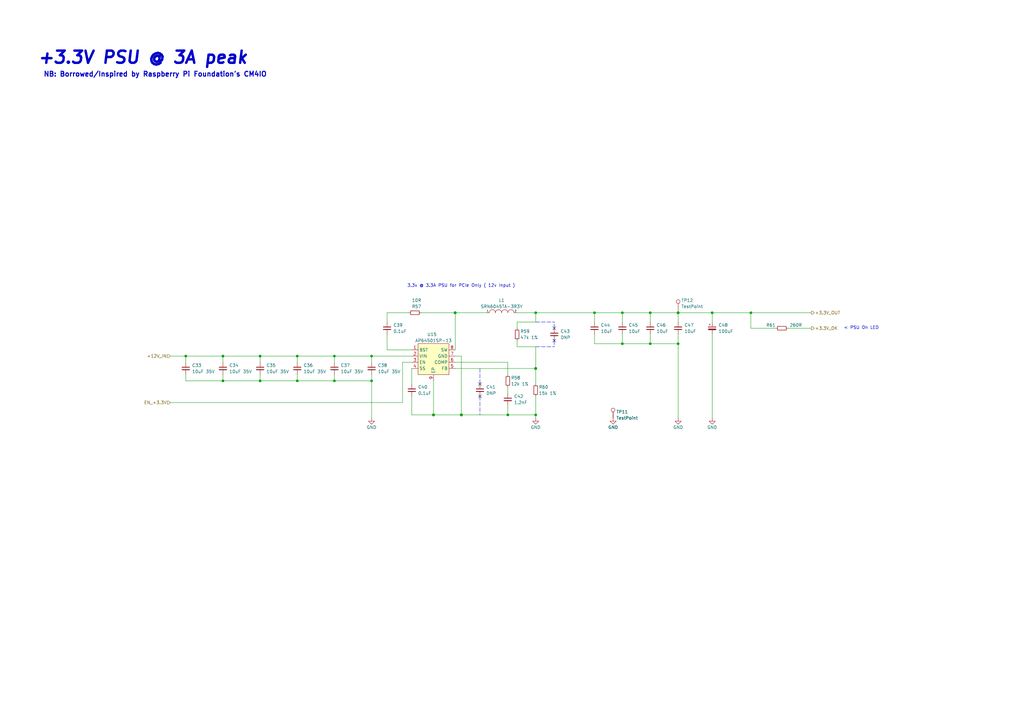
<source format=kicad_sch>
(kicad_sch (version 20211123) (generator eeschema)
  (paper "A3")
  (title_block (title "+3.3V PSU") (date "2022-01-12") (rev "4") (company "Copyright © 2022 Christian Kuhtz") (comment 2 "CERN-OHL-W v2 or later"))
  (lib_symbols
    (symbol "Capacitor_Tantalum_SMD_MyOwn:CP_EIA-7343-31_Kemet-D" (pin_numbers hide) (pin_names (offset 0.254) hide)
      (property "Reference" "C" (at 0.254 1.778 0))
      (property "Value" "CP_EIA-7343-31_Kemet-D" (at 0.254 -2.032 0))
      (symbol "CP_EIA-7343-31_Kemet-D_0_1"
        (rectangle (start -1.524 -0.3048) (end 1.524 -0.6858) (fill (type outline)))
        (rectangle (start -1.524 0.6858) (end 1.524 0.3048))
        (polyline (pts (xy -1.27 1.524) (xy -0.762 1.524)))
        (polyline (pts (xy -1.016 1.27) (xy -1.016 1.778)))
      )
      (symbol "CP_EIA-7343-31_Kemet-D_1_1"
        (pin passive line (at 0 2.54 270) (length 1.8542) (name "~") (number "1"))
        (pin passive line (at 0 -2.54 90) (length 1.8542) (name "~") (number "2"))
      )
    )
    (symbol "Connector:TestPoint" (pin_numbers hide) (pin_names (offset 0.762) hide)
      (property "Reference" "TP" (at 0 6.858 0))
      (property "Value" "TestPoint" (at 0 5.08 0))
      (symbol "TestPoint_0_1"
        (circle (center 0 3.302) (radius 0.762))
      )
      (symbol "TestPoint_1_1"
        (pin passive line (at 0 0 90) (length 2.54) (name "1") (number "1"))
      )
    )
    (symbol "Device:C_Small" (pin_numbers hide) (pin_names (offset 0.254) hide)
      (property "Reference" "C" (at 0.254 1.778 0))
      (property "Value" "C_Small" (at 0.254 -2.032 0))
      (symbol "C_Small_0_1"
        (polyline (pts (xy -1.524 -0.508) (xy 1.524 -0.508)) (stroke (width 0.3302)))
        (polyline (pts (xy -1.524 0.508) (xy 1.524 0.508)) (stroke (width 0.3048)))
      )
      (symbol "C_Small_1_1"
        (pin passive line (at 0 2.54 270) (length 2.032) (name "~") (number "1"))
        (pin passive line (at 0 -2.54 90) (length 2.032) (name "~") (number "2"))
      )
    )
    (symbol "Device:R_Small" (pin_numbers hide) (pin_names (offset 0.254) hide)
      (property "Reference" "R" (at 0.762 0.508 0))
      (property "Value" "R_Small" (at 0.762 -1.016 0))
      (symbol "R_Small_0_1"
        (rectangle (start -0.762 1.778) (end 0.762 -1.778) (stroke (width 0.2032)))
      )
      (symbol "R_Small_1_1"
        (pin passive line (at 0 2.54 270) (length 0.762) (name "~") (number "1"))
        (pin passive line (at 0 -2.54 90) (length 0.762) (name "~") (number "2"))
      )
    )
    (symbol "Regulator_Switching_Diodes:AP64501SP-13"
      (property "Reference" "U" (at -0.635 10.16 0))
      (property "Value" "AP64501SP-13" (at 0 7.62 0))
      (symbol "AP64501SP-13_0_1"
        (rectangle (start -6.35 6.35) (end 6.35 -6.35) (fill (type background)))
      )
      (symbol "AP64501SP-13_1_1"
        (pin passive line (at -8.89 3.81 0) (length 2.54) (name "BST") (number "1"))
        (pin power_in line (at -8.89 1.27 0) (length 2.54) (name "VIN") (number "2"))
        (pin input line (at -8.89 -1.27 0) (length 2.54) (name "EN") (number "3"))
        (pin input line (at -8.89 -3.81 0) (length 2.54) (name "SS") (number "4"))
        (pin input line (at 8.89 -3.81 180) (length 2.54) (name "FB") (number "5"))
        (pin input line (at 8.89 -1.27 180) (length 2.54) (name "COMP") (number "6"))
        (pin power_in line (at 8.89 1.27 180) (length 2.54) (name "GND") (number "7"))
        (pin output line (at 8.89 3.81 180) (length 2.54) (name "SW") (number "8"))
        (pin power_in line (at 0 -8.89 90) (length 2.54) (name "EP") (number "9"))
      )
    )
    (symbol "power:GND" (power) (pin_names (offset 0))
      (property "Value" "GND" (at 0 -3.81 0))
      (symbol "GND_0_1"
        (polyline (pts (xy 0 0) (xy 0 -1.27) (xy 1.27 -1.27) (xy 0 -2.54) (xy -1.27 -1.27) (xy 0 -1.27)))
      )
      (symbol "GND_1_1"
        (pin power_in line (at 0 0 270) (length 0) hide (name "GND") (number "1"))
      )
    )
    (symbol "pspice:INDUCTOR" (pin_numbers hide) (pin_names (offset 0))
      (property "Reference" "L" (at 0 2.54 0))
      (property "Value" "INDUCTOR" (at 0 -1.27 0))
      (symbol "INDUCTOR_0_1"
        (arc (start -2.54 0) (mid -3.81 1.27) (end -5.08 0))
        (arc (start 0 0) (mid -1.27 1.27) (end -2.54 0))
        (arc (start 2.54 0) (mid 1.27 1.27) (end 0 0))
        (arc (start 5.08 0) (mid 3.81 1.27) (end 2.54 0))
      )
      (symbol "INDUCTOR_1_1"
        (pin input line (at -6.35 0 0) (length 1.27) (name "1") (number "1"))
        (pin input line (at 6.35 0 180) (length 1.27) (name "2") (number "2"))
      )
    )
  )
  (junction (at 266.7 128.27) (diameter 0.9144))
  (junction (at 106.68 146.05) (diameter 0.9144))
  (junction (at 255.27 128.27) (diameter 0.9144))
  (junction (at 76.2 146.05) (diameter 0.9144))
  (junction (at 243.84 128.27) (diameter 0.9144))
  (junction (at 106.68 156.21) (diameter 0.9144))
  (junction (at 266.7 140.97) (diameter 0.9144))
  (junction (at 152.4 146.05) (diameter 0.9144))
  (junction (at 219.71 170.18) (diameter 0.9144))
  (junction (at 219.71 151.13) (diameter 1.016))
  (junction (at 152.4 156.21) (diameter 0.9144))
  (junction (at 307.975 128.27))
  (junction (at 292.1 128.27) (diameter 0.9144))
  (junction (at 208.28 170.18) (diameter 0.9144))
  (junction (at 137.16 156.21) (diameter 0.9144))
  (junction (at 121.92 156.21) (diameter 0.9144))
  (junction (at 219.71 128.27) (diameter 0.9144))
  (junction (at 278.13 128.27) (diameter 1.016))
  (junction (at 186.69 128.27) (diameter 1.016))
  (junction (at 189.23 170.18) (diameter 1.016))
  (junction (at 137.16 146.05) (diameter 0.9144))
  (junction (at 177.8 170.18) (diameter 1.016))
  (junction (at 255.27 140.97) (diameter 0.9144))
  (junction (at 121.92 146.05) (diameter 0.9144))
  (junction (at 91.44 146.05) (diameter 0.9144))
  (junction (at 278.13 140.97) (diameter 0.9144))
  (junction (at 91.44 156.21) (diameter 0.9144))
  (no_connect (at 227.33 139.7))
  (no_connect (at 227.33 134.62))
  (no_connect (at 196.85 162.56))
  (no_connect (at 196.85 157.48))
  (wire (pts (xy 212.09 132.08) (xy 212.09 134.62)))
  (wire (pts (xy 76.2 153.67) (xy 76.2 156.21)))
  (wire (pts (xy 76.2 148.59) (xy 76.2 146.05)))
  (wire (pts (xy 323.215 134.62) (xy 332.74 134.62)))
  (wire (pts (xy 243.84 132.08) (xy 243.84 128.27)))
  (wire (pts (xy 91.44 153.67) (xy 91.44 156.21)))
  (wire (pts (xy 121.92 153.67) (xy 121.92 156.21)))
  (polyline (pts (xy 227.33 134.62) (xy 227.33 132.08)))
  (polyline (pts (xy 219.71 132.08) (xy 227.33 132.08)))
  (wire (pts (xy 186.69 146.05) (xy 189.23 146.05)))
  (wire (pts (xy 186.69 148.59) (xy 208.28 148.59)))
  (wire (pts (xy 152.4 148.59) (xy 152.4 146.05)))
  (wire (pts (xy 243.84 137.16) (xy 243.84 140.97)))
  (polyline (pts (xy 196.85 151.13) (xy 196.85 157.48)))
  (wire (pts (xy 158.75 143.51) (xy 168.91 143.51)))
  (wire (pts (xy 177.8 156.21) (xy 177.8 170.18)))
  (wire (pts (xy 292.1 137.16) (xy 292.1 171.45)))
  (wire (pts (xy 255.27 140.97) (xy 266.7 140.97)))
  (wire (pts (xy 266.7 140.97) (xy 278.13 140.97)))
  (wire (pts (xy 243.84 140.97) (xy 255.27 140.97)))
  (wire (pts (xy 168.91 162.56) (xy 168.91 170.18)))
  (wire (pts (xy 152.4 156.21) (xy 152.4 171.45)))
  (wire (pts (xy 307.975 128.27) (xy 307.975 134.62)))
  (wire (pts (xy 158.75 128.27) (xy 158.75 132.08)))
  (wire (pts (xy 208.28 158.75) (xy 208.28 161.29)))
  (wire (pts (xy 189.23 146.05) (xy 189.23 170.18)))
  (wire (pts (xy 172.72 128.27) (xy 186.69 128.27)))
  (wire (pts (xy 212.09 132.08) (xy 219.71 132.08)))
  (wire (pts (xy 219.71 128.27) (xy 243.84 128.27)))
  (wire (pts (xy 255.27 128.27) (xy 266.7 128.27)))
  (wire (pts (xy 243.84 128.27) (xy 255.27 128.27)))
  (wire (pts (xy 266.7 128.27) (xy 278.13 128.27)))
  (wire (pts (xy 76.2 156.21) (xy 91.44 156.21)))
  (wire (pts (xy 91.44 156.21) (xy 106.68 156.21)))
  (wire (pts (xy 137.16 156.21) (xy 152.4 156.21)))
  (wire (pts (xy 121.92 156.21) (xy 137.16 156.21)))
  (wire (pts (xy 106.68 156.21) (xy 121.92 156.21)))
  (wire (pts (xy 106.68 153.67) (xy 106.68 156.21)))
  (wire (pts (xy 121.92 148.59) (xy 121.92 146.05)))
  (wire (pts (xy 219.71 142.24) (xy 219.71 151.13)))
  (wire (pts (xy 219.71 162.56) (xy 219.71 170.18)))
  (wire (pts (xy 106.68 148.59) (xy 106.68 146.05)))
  (wire (pts (xy 69.85 165.1) (xy 165.1 165.1)))
  (wire (pts (xy 165.1 148.59) (xy 165.1 165.1)))
  (wire (pts (xy 168.91 151.13) (xy 168.91 157.48)))
  (wire (pts (xy 219.71 128.27) (xy 219.71 132.08)))
  (wire (pts (xy 255.27 137.16) (xy 255.27 140.97)))
  (polyline (pts (xy 219.71 142.24) (xy 227.33 142.24)))
  (polyline (pts (xy 227.33 139.7) (xy 227.33 142.24)))
  (wire (pts (xy 212.09 139.7) (xy 212.09 142.24)))
  (wire (pts (xy 208.28 170.18) (xy 219.71 170.18)))
  (wire (pts (xy 292.1 132.08) (xy 292.1 128.27)))
  (wire (pts (xy 278.13 132.08) (xy 278.13 128.27)))
  (wire (pts (xy 219.71 170.18) (xy 219.71 171.45)))
  (wire (pts (xy 121.92 146.05) (xy 137.16 146.05)))
  (wire (pts (xy 91.44 146.05) (xy 106.68 146.05)))
  (wire (pts (xy 106.68 146.05) (xy 121.92 146.05)))
  (wire (pts (xy 69.85 146.05) (xy 76.2 146.05)))
  (wire (pts (xy 76.2 146.05) (xy 91.44 146.05)))
  (wire (pts (xy 137.16 146.05) (xy 152.4 146.05)))
  (wire (pts (xy 219.71 151.13) (xy 219.71 157.48)))
  (wire (pts (xy 189.23 170.18) (xy 208.28 170.18)))
  (wire (pts (xy 212.09 142.24) (xy 219.71 142.24)))
  (wire (pts (xy 278.13 140.97) (xy 278.13 171.45)))
  (wire (pts (xy 186.69 128.27) (xy 186.69 143.51)))
  (wire (pts (xy 255.27 132.08) (xy 255.27 128.27)))
  (polyline (pts (xy 196.85 162.56) (xy 196.85 170.18)))
  (wire (pts (xy 177.8 170.18) (xy 189.23 170.18)))
  (wire (pts (xy 168.91 170.18) (xy 177.8 170.18)))
  (wire (pts (xy 152.4 146.05) (xy 168.91 146.05)))
  (wire (pts (xy 307.975 128.27) (xy 332.74 128.27)))
  (wire (pts (xy 152.4 153.67) (xy 152.4 156.21)))
  (wire (pts (xy 91.44 148.59) (xy 91.44 146.05)))
  (wire (pts (xy 137.16 148.59) (xy 137.16 146.05)))
  (wire (pts (xy 186.69 128.27) (xy 199.39 128.27)))
  (wire (pts (xy 158.75 137.16) (xy 158.75 143.51)))
  (wire (pts (xy 137.16 153.67) (xy 137.16 156.21)))
  (wire (pts (xy 278.13 128.27) (xy 292.1 128.27)))
  (wire (pts (xy 208.28 166.37) (xy 208.28 170.18)))
  (wire (pts (xy 266.7 132.08) (xy 266.7 128.27)))
  (wire (pts (xy 158.75 128.27) (xy 167.64 128.27)))
  (wire (pts (xy 307.975 134.62) (xy 318.135 134.62)))
  (wire (pts (xy 186.69 151.13) (xy 219.71 151.13)))
  (wire (pts (xy 278.13 137.16) (xy 278.13 140.97)))
  (wire (pts (xy 208.28 148.59) (xy 208.28 153.67)))
  (wire (pts (xy 292.1 128.27) (xy 307.975 128.27)))
  (wire (pts (xy 266.7 137.16) (xy 266.7 140.97)))
  (wire (pts (xy 212.09 128.27) (xy 219.71 128.27)))
  (wire (pts (xy 165.1 148.59) (xy 168.91 148.59)))
  (wire (pts (xy 278.13 127) (xy 278.13 128.27)))
  (text "NB: Borrowed/Inspired by Raspberry Pi Foundation's CM4IO" (at 17.78 31.75 0) (effects (font (size 2 2) (thickness 0.4) bold) (justify left bottom)))
  (text "3.3v @ 3.3A PSU for PCIe Only ( 12v Input )\n\n" (at 167.005 120.015 0) (effects (font (size 1.27 1.27)) (justify left bottom)))
  (text "+3.3V PSU @ 3A peak" (at 15.24 26.67 0) (effects (font (size 5 5) (thickness 1) bold italic) (justify left bottom)))
  (text "< PSU On LED" (at 346.075 135.255 0) (effects (font (size 1.27 1.27)) (justify left bottom)))
  (hierarchical_label "+12V_IN" (shape input) (at 69.85 146.05 180))
  (hierarchical_label "+3.3V_OUT" (shape output) (at 332.74 128.27 0))
  (hierarchical_label "EN_+3.3V" (shape input) (at 69.85 165.1 180))
  (hierarchical_label "+3.3V_OK" (shape output) (at 332.74 134.62 0))
  (symbol (lib_id "Device:C_Small") (at 168.91 160.02 0) (unit 1)
    (property "Reference" "C40" (at 171.45 158.75 0) (effects (justify left)))
    (property "Value" "0.1uF" (at 171.45 161.29 0) (effects (justify left)))
    (property "Footprint" "Capacitor_SMD:C_0402_1005Metric" (effects hide))
    (property "Manufacturer" "TDK" (effects hide))
    (property "MPN" "CGA2B1X7R1C104K050BC" (effects hide))
    (property "Part Description" "0.1uF 10% 16V Ceramic Capacitor X7R 0402 (1005 Metric)" (effects hide))
  )
  (symbol (lib_id "Device:C_Small") (at 121.92 151.13 0) (unit 1)
    (property "Reference" "C36" (at 124.46 149.86 0) (effects (justify left)))
    (property "Value" "10uF 35V" (at 124.46 152.4 0) (effects (justify left)))
    (property "Footprint" "Capacitor_SMD:C_1206_3216Metric" (effects hide))
    (property "Datasheet" "https://www.murata.com/en-global/products/productdetail.aspx?partno=GRM21BC8YA106ME11%23" (effects hide))
    (property "Manufacturer" "Murata" (effects hide))
    (property "MPN" "GRT31CC8YA106KE01L" (effects hide))
    (property "Field7" "Murata" (effects hide))
    (property "Part Description" "10uF 10% or 20% 35V Ceramic Capacitor X6S 1206 (3216 Metric)" (effects hide))
  )
  (symbol (lib_id "power:GND") (at 152.4 171.45 0) (unit 1)
    (property "Reference" "#PWR043" (effects hide))
    (property "Value" "GND" (at 152.4 175.26 0))
  )
  (symbol (lib_id "Connector:TestPoint") (at 251.46 171.45 0) (unit 1)
    (property "Reference" "TP11" (at 252.73 168.91 0) (effects (justify left)))
    (property "Value" "TestPoint" (at 252.73 171.45 0) (effects (justify left)))
    (property "Footprint" "TestPoint:TestPoint_Pad_D1.0mm" (effects hide))
    (property "Field4" "nf" (effects hide))
    (property "Field5" "nf" (effects hide))
    (property "Field6" "nf" (effects hide))
    (property "Field7" "nf" (effects hide))
  )
  (symbol (lib_id "Capacitor_Tantalum_SMD_MyOwn:CP_EIA-7343-31_Kemet-D") (at 292.1 134.62 0) (unit 1)
    (property "Reference" "C48" (at 294.64 133.35 0) (effects (justify left)))
    (property "Value" "100uF" (at 294.64 135.89 0) (effects (justify left)))
    (property "Footprint" "Capacitor_Tantalum_SMD_MyOwn:CP_EIA-7343-31_Kemet-D" (effects hide))
    (property "Manufacturer" "KEMET" (effects hide))
    (property "MPN" "T495D107K006ATE130" (effects hide))
    (property "Part Description" "Capacitor, SP-Cap, 100u, 6.3V,  (15mR ESR -- not available)" (effects hide))
  )
  (symbol (lib_id "Device:C_Small") (at 158.75 134.62 0) (unit 1)
    (property "Reference" "C39" (at 161.29 133.35 0) (effects (justify left)))
    (property "Value" "0.1uF" (at 161.29 135.89 0) (effects (justify left)))
    (property "Footprint" "Capacitor_SMD:C_0402_1005Metric" (effects hide))
    (property "Manufacturer" "TDK" (effects hide))
    (property "MPN" "CGA2B1X7R1C104K050BC" (effects hide))
    (property "Part Description" "0.1uF 10% 16V Ceramic Capacitor X7R 0402 (1005 Metric)" (effects hide))
  )
  (symbol (lib_id "Device:R_Small") (at 219.71 160.02 0) (unit 1)
    (property "Reference" "R60" (at 220.98 158.75 0) (effects (justify left)))
    (property "Value" "15k 1%" (at 220.98 161.29 0) (effects (justify left)))
    (property "Footprint" "Resistor_SMD:R_0402_1005Metric" (effects hide))
    (property "Manufacturer" "Yageo" (effects hide))
    (property "MPN" "AC0402FR-0715KL" (effects hide))
    (property "Part Description" "Resistor 15K M1005 1% 63mW" (effects hide))
  )
  (symbol (lib_id "Device:C_Small") (at 243.84 134.62 0) (unit 1)
    (property "Reference" "C44" (at 246.38 133.35 0) (effects (justify left)))
    (property "Value" "10uF" (at 246.38 135.89 0) (effects (justify left)))
    (property "Footprint" "Capacitor_SMD:C_0805_2012Metric" (effects hide))
    (property "Manufacturer" "Taiyo Yuden" (effects hide))
    (property "MPN" "LMK212B7106KG-TD" (effects hide))
    (property "Part Description" "10uF 10% 10V Ceramic Capacitor X7R 0805 (2012 Metric)" (effects hide))
  )
  (symbol (lib_id "Device:R_Small") (at 170.18 128.27 270) (unit 1)
    (property "Reference" "R57" (at 168.91 125.73 90) (effects (justify left)))
    (property "Value" "10R" (at 168.91 123.19 90) (effects (justify left)))
    (property "Footprint" "Resistor_SMD:R_0402_1005Metric" (effects hide))
    (property "Manufacturer" "Yageo" (effects hide))
    (property "MPN" "AC0402FR-0710RL" (effects hide))
    (property "Part Description" "Resistor 10R M1005 1% 63mW" (effects hide))
  )
  (symbol (lib_id "Device:C_Small") (at 255.27 134.62 0) (unit 1)
    (property "Reference" "C45" (at 257.81 133.35 0) (effects (justify left)))
    (property "Value" "10uF" (at 257.81 135.89 0) (effects (justify left)))
    (property "Footprint" "Capacitor_SMD:C_0805_2012Metric" (effects hide))
    (property "Manufacturer" "Taiyo Yuden" (effects hide))
    (property "MPN" "LMK212B7106KG-TD" (effects hide))
    (property "Part Description" "10uF 10% 10V Ceramic Capacitor X7R 0805 (2012 Metric)" (effects hide))
  )
  (symbol (lib_id "Device:C_Small") (at 278.13 134.62 0) (unit 1)
    (property "Reference" "C47" (at 280.67 133.35 0) (effects (justify left)))
    (property "Value" "10uF" (at 280.67 135.89 0) (effects (justify left)))
    (property "Footprint" "Capacitor_SMD:C_0805_2012Metric" (effects hide))
    (property "Manufacturer" "Taiyo Yuden" (effects hide))
    (property "MPN" "LMK212B7106KG-TD" (effects hide))
    (property "Part Description" "10uF 10% 10V Ceramic Capacitor X7R 0805 (2012 Metric)" (effects hide))
  )
  (symbol (lib_id "Device:C_Small") (at 227.33 137.16 0) (unit 1) (in_bom no) (on_board no)
    (property "Reference" "C43" (at 229.87 135.89 0) (effects (justify left)))
    (property "Value" "DNP" (at 229.87 138.43 0) (effects (justify left)))
    (property "Footprint" "Capacitor_SMD:C_0402_1005Metric" (effects hide))
  )
  (symbol (lib_id "power:GND") (at 292.1 171.45 0) (unit 1)
    (property "Reference" "#PWR047" (effects hide))
    (property "Value" "GND" (at 292.1 175.26 0))
  )
  (symbol (lib_id "Device:R_Small") (at 320.675 134.62 90) (unit 1)
    (property "Reference" "R61" (at 318.135 133.35 90) (effects (justify left)))
    (property "Value" "260R" (at 323.85 133.35 90) (effects (justify right)))
    (property "Footprint" "Resistor_SMD:R_0402_1005Metric" (effects hide))
  )
  (symbol (lib_id "Device:R_Small") (at 208.28 156.21 0) (unit 1)
    (property "Reference" "R58" (at 209.55 154.94 0) (effects (justify left)))
    (property "Value" "12k 1%" (at 209.55 157.48 0) (effects (justify left)))
    (property "Footprint" "Resistor_SMD:R_0402_1005Metric" (effects hide))
    (property "Manufacturer" "Yageo" (effects hide))
    (property "MPN" "AC0402FR-0712KL" (effects hide))
    (property "Part Description" "Resistor 12K M1005 1% 63mW" (effects hide))
  )
  (symbol (lib_id "Device:C_Small") (at 91.44 151.13 0) (unit 1)
    (property "Reference" "C34" (at 93.98 149.86 0) (effects (justify left)))
    (property "Value" "10uF 35V" (at 93.98 152.4 0) (effects (justify left)))
    (property "Footprint" "Capacitor_SMD:C_1206_3216Metric" (effects hide))
    (property "Datasheet" "https://www.murata.com/en-global/products/productdetail.aspx?partno=GRM21BC8YA106ME11%23" (effects hide))
    (property "Manufacturer" "Murata" (effects hide))
    (property "MPN" "GRT31CC8YA106KE01L" (effects hide))
    (property "Field7" "Murata" (effects hide))
    (property "Part Description" "10uF 10% or 20% 35V Ceramic Capacitor X6S 1206 (3216 Metric)" (effects hide))
  )
  (symbol (lib_id "pspice:INDUCTOR") (at 205.74 128.27 0) (unit 1)
    (property "Reference" "L1" (at 205.74 123.19 0))
    (property "Value" "SRN6045TA-3R3Y" (at 205.74 125.73 0))
    (property "Footprint" "Inductor_SMD:L_Bourns_SRN6045TA" (effects hide))
    (property "Datasheet" "https://www.bourns.com/docs/Product-Datasheets/SRN6045TA.pdf" (effects hide))
    (property "Manufacturer" "Bourns" (effects hide))
    (property "MPN" "SRN6045TA-3R3Y" (effects hide))
    (property "Part Description" "3.3µH Semi-Shielded Wirewound Inductor 7.8A 21mOhm Nonstandard" (effects hide))
  )
  (symbol (lib_id "Device:C_Small") (at 208.28 163.83 0) (unit 1)
    (property "Reference" "C42" (at 210.82 162.56 0) (effects (justify left)))
    (property "Value" "1.2nF" (at 210.82 165.1 0) (effects (justify left)))
    (property "Footprint" "Capacitor_SMD:C_0402_1005Metric" (effects hide))
    (property "Manufacturer" "Murata" (effects hide))
    (property "MPN" "GCM155R71H122KA37D" (effects hide))
    (property "Part Description" "1200pF 10% 10V Ceramic Capacitor X5R 0402 (1005 Metric)" (effects hide))
  )
  (symbol (lib_id "Device:C_Small") (at 76.2 151.13 0) (unit 1)
    (property "Reference" "C33" (at 78.74 149.86 0) (effects (justify left)))
    (property "Value" "10uF 35V" (at 78.74 152.4 0) (effects (justify left)))
    (property "Footprint" "Capacitor_SMD:C_1206_3216Metric" (effects hide))
    (property "Datasheet" "https://www.murata.com/en-global/products/productdetail.aspx?partno=GRM21BC8YA106ME11%23" (effects hide))
    (property "Manufacturer" "Murata" (effects hide))
    (property "MPN" "GRT31CC8YA106KE01L" (effects hide))
    (property "Field7" "Murata" (effects hide))
    (property "Part Description" "10uF 10% or 20% 35V Ceramic Capacitor X6S 1206 (3216 Metric)" (effects hide))
  )
  (symbol (lib_id "Device:C_Small") (at 266.7 134.62 0) (unit 1)
    (property "Reference" "C46" (at 269.24 133.35 0) (effects (justify left)))
    (property "Value" "10uF" (at 269.24 135.89 0) (effects (justify left)))
    (property "Footprint" "Capacitor_SMD:C_0805_2012Metric" (effects hide))
    (property "Manufacturer" "Taiyo Yuden" (effects hide))
    (property "MPN" "LMK212B7106KG-TD" (effects hide))
    (property "Part Description" "10uF 10% 10V Ceramic Capacitor X7R 0805 (2012 Metric)" (effects hide))
  )
  (symbol (lib_id "Device:C_Small") (at 137.16 151.13 0) (unit 1)
    (property "Reference" "C37" (at 139.7 149.86 0) (effects (justify left)))
    (property "Value" "10uF 35V" (at 139.7 152.4 0) (effects (justify left)))
    (property "Footprint" "Capacitor_SMD:C_1206_3216Metric" (effects hide))
    (property "Datasheet" "https://www.murata.com/en-global/products/productdetail.aspx?partno=GRM21BC8YA106ME11%23" (effects hide))
    (property "Manufacturer" "Murata" (effects hide))
    (property "MPN" "GRT31CC8YA106KE01L" (effects hide))
    (property "Field7" "Murata" (effects hide))
    (property "Part Description" "10uF 10% or 20% 35V Ceramic Capacitor X6S 1206 (3216 Metric)" (effects hide))
  )
  (symbol (lib_id "power:GND") (at 278.13 171.45 0) (unit 1)
    (property "Reference" "#PWR046" (effects hide))
    (property "Value" "GND" (at 278.13 175.26 0))
  )
  (symbol (lib_id "Device:R_Small") (at 212.09 137.16 0) (unit 1)
    (property "Reference" "R59" (at 213.36 135.89 0) (effects (justify left)))
    (property "Value" "47k 1%" (at 213.36 138.43 0) (effects (justify left)))
    (property "Footprint" "Resistor_SMD:R_0402_1005Metric" (effects hide))
    (property "Manufacturer" "Yageo" (effects hide))
    (property "MPN" "RC0402FR-0747KL" (effects hide))
    (property "Part Description" "Resistor 47K M1005 1% 63mW" (effects hide))
  )
  (symbol (lib_id "Regulator_Switching_Diodes:AP64501SP-13") (at 177.8 147.32 0) (unit 1)
    (property "Reference" "U15" (at 177.165 137.16 0))
    (property "Value" "AP64501SP-13" (at 177.8 139.7 0))
    (property "Footprint" "Regulator_Switching_Diodes:SOIC-8-1EP_3.9x4.9mm_P1.27mm_EP2.95x4.9mm_Mask2.71x3.4mm_ThermalVias" (effects hide))
    (property "Manufacturer" "Diodes" (effects hide))
    (property "MPN" "AP64501SP-13" (effects hide))
  )
  (symbol (lib_id "Device:C_Small") (at 106.68 151.13 0) (unit 1)
    (property "Reference" "C35" (at 109.22 149.86 0) (effects (justify left)))
    (property "Value" "10uF 35V" (at 109.22 152.4 0) (effects (justify left)))
    (property "Footprint" "Capacitor_SMD:C_1206_3216Metric" (effects hide))
    (property "Datasheet" "https://www.murata.com/en-global/products/productdetail.aspx?partno=GRM21BC8YA106ME11%23" (effects hide))
    (property "Manufacturer" "Murata" (effects hide))
    (property "MPN" "GRT31CC8YA106KE01L" (effects hide))
    (property "Field7" "Murata" (effects hide))
    (property "Part Description" "10uF 10% or 20% 35V Ceramic Capacitor X6S 1206 (3216 Metric)" (effects hide))
  )
  (symbol (lib_id "Connector:TestPoint") (at 278.13 127 0) (unit 1)
    (property "Reference" "TP12" (at 279.4 123.19 0) (effects (justify left)))
    (property "Value" "TestPoint" (at 279.4 125.73 0) (effects (justify left)))
    (property "Footprint" "TestPoint:TestPoint_Pad_D1.0mm" (effects hide))
    (property "Field4" "nf" (effects hide))
    (property "Field5" "nf" (effects hide))
    (property "Field6" "nf" (effects hide))
    (property "Field7" "nf" (effects hide))
  )
  (symbol (lib_id "power:GND") (at 251.46 171.45 0) (unit 1)
    (property "Reference" "#PWR045" (effects hide))
    (property "Value" "GND" (at 251.46 175.26 0))
  )
  (symbol (lib_id "Device:C_Small") (at 196.85 160.02 0) (unit 1) (in_bom no) (on_board no)
    (property "Reference" "C41" (at 199.39 158.75 0) (effects (justify left)))
    (property "Value" "DNP" (at 199.39 161.29 0) (effects (justify left)))
    (property "Footprint" "Capacitor_SMD:C_0402_1005Metric" (effects hide))
  )
  (symbol (lib_id "power:GND") (at 219.71 171.45 0) (unit 1)
    (property "Reference" "#PWR044" (effects hide))
    (property "Value" "GND" (at 219.71 175.26 0))
  )
  (symbol (lib_id "Device:C_Small") (at 152.4 151.13 0) (unit 1)
    (property "Reference" "C38" (at 154.94 149.86 0) (effects (justify left)))
    (property "Value" "10uF 35V" (at 154.94 152.4 0) (effects (justify left)))
    (property "Footprint" "Capacitor_SMD:C_1206_3216Metric" (effects hide))
    (property "Datasheet" "https://www.murata.com/en-global/products/productdetail.aspx?partno=GRM21BC8YA106ME11%23" (effects hide))
    (property "Manufacturer" "Murata" (effects hide))
    (property "MPN" "GRT31CC8YA106KE01L" (effects hide))
    (property "Field7" "Murata" (effects hide))
    (property "Part Description" "10uF 10% or 20% 35V Ceramic Capacitor X6S 1206 (3216 Metric)" (effects hide))
  )
)
</source>
